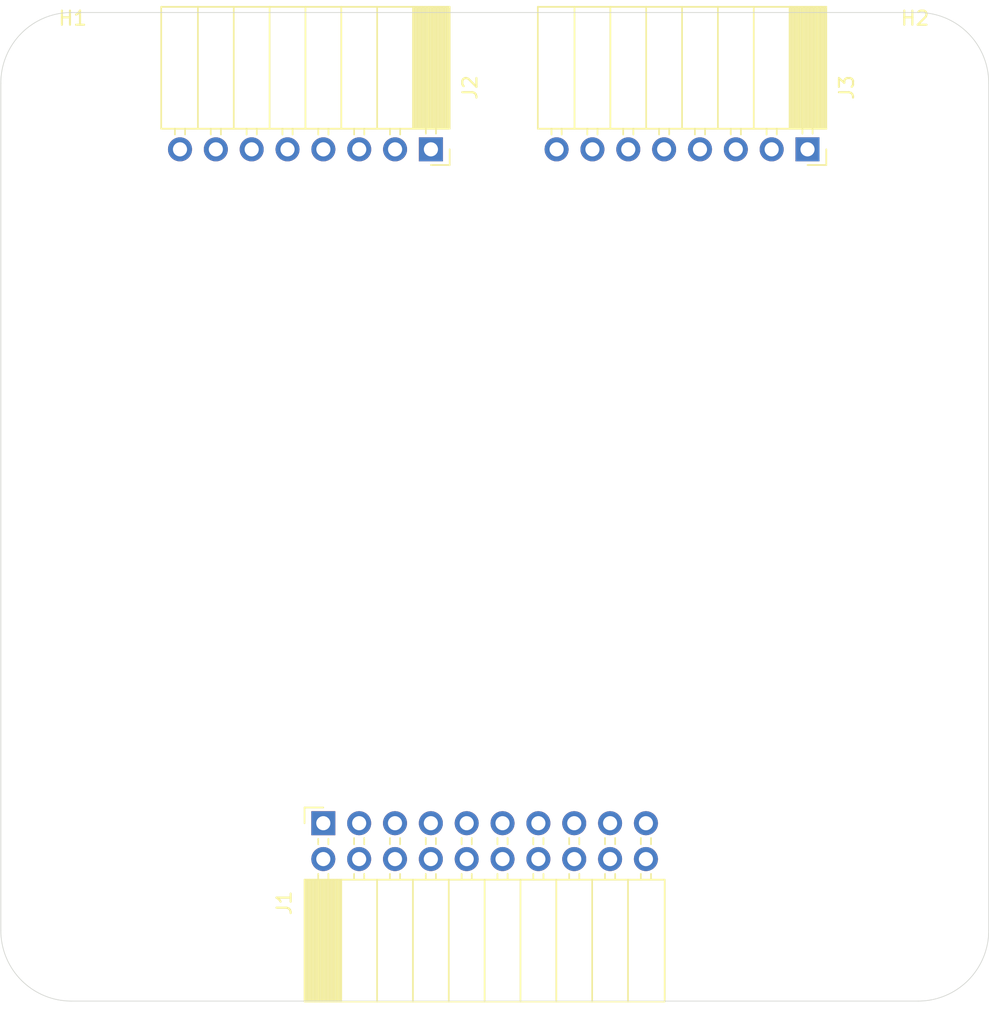
<source format=kicad_pcb>
(kicad_pcb (version 20211014) (generator pcbnew)
  (layers (0 "F.Cu" signal) (31 "B.Cu" signal) (34 "B.Paste" user) (35 "F.Paste" user) (36 "B.SilkS" user "B.Silkscreen") (37 "F.SilkS" user "F.Silkscreen") (38 "B.Mask" user) (39 "F.Mask" user) (44 "Edge.Cuts" user))
  (net 0 "")
  (net 1 "GND")
  (net 2 "+4V")
  (net 13 "unconnected-(J1-Pad11)")
  (net 23 "+3V3")
  (footprint "Connector_PinSocket_2.54mm:PinSocket_1x08_P2.54mm_Horizontal" (layer "F.Cu") (at 137.16 59.69 -90)
    (fp_text reference "J3" (at -4.38 -2.77 90) (layer "F.SilkS"))
    (fp_text value "Conn_01x08")
    (fp_line (start -1.46 9.8) (end -1.05 9.8) (layer "F.SilkS") (width 0.12))
    (fp_line (start -10.09 -0.02905) (end -1.46 -0.02905) (layer "F.SilkS") (width 0.12))
    (fp_line (start -10.09 -0.855715) (end -1.46 -0.855715) (layer "F.SilkS") (width 0.12))
    (fp_line (start -10.09 1.27) (end -1.46 1.27) (layer "F.SilkS") (width 0.12))
    (fp_line (start -10.09 -1.21) (end -1.46 -1.21) (layer "F.SilkS") (width 0.12))
    (fp_line (start -1.46 18.14) (end -1.05 18.14) (layer "F.SilkS") (width 0.12))
    (fp_line (start -10.09 -1.33) (end -1.46 -1.33) (layer "F.SilkS") (width 0.12))
    (fp_line (start -10.09 1.033805) (end -1.46 1.033805) (layer "F.SilkS") (width 0.12))
    (fp_line (start -10.09 6.35) (end -1.46 6.35) (layer "F.SilkS") (width 0.12))
    (fp_line (start -1.46 -0.36) (end -1.11 -0.36) (layer "F.SilkS") (width 0.12))
    (fp_line (start -1.46 15.6) (end -1.05 15.6) (layer "F.SilkS") (width 0.12))
    (fp_line (start 1.11 -1.33) (end 1.11 0) (layer "F.SilkS") (width 0.12))
    (fp_line (start -1.46 0.36) (end -1.11 0.36) (layer "F.SilkS") (width 0.12))
    (fp_line (start -1.46 10.52) (end -1.05 10.52) (layer "F.SilkS") (width 0.12))
    (fp_line (start -1.46 7.26) (end -1.05 7.26) (layer "F.SilkS") (width 0.12))
    (fp_line (start -1.46 -1.33) (end -1.46 19.11) (layer "F.SilkS") (width 0.12))
    (fp_line (start -1.46 5.44) (end -1.05 5.44) (layer "F.SilkS") (width 0.12))
    (fp_line (start -10.09 19.11) (end -1.46 19.11) (layer "F.SilkS") (width 0.12))
    (fp_line (start -10.09 0.20714) (end -1.46 0.20714) (layer "F.SilkS") (width 0.12))
    (fp_line (start -10.09 11.43) (end -1.46 11.43) (layer "F.SilkS") (width 0.12))
    (fp_line (start -10.09 -1.091905) (end -1.46 -1.091905) (layer "F.SilkS") (width 0.12))
    (fp_line (start -10.09 16.51) (end -1.46 16.51) (layer "F.SilkS") (width 0.12))
    (fp_line (start -1.46 4.72) (end -1.05 4.72) (layer "F.SilkS") (width 0.12))
    (fp_line (start -10.09 0.797615) (end -1.46 0.797615) (layer "F.SilkS") (width 0.12))
    (fp_line (start -1.46 2.18) (end -1.05 2.18) (layer "F.SilkS") (width 0.12))
    (fp_line (start 0 -1.33) (end 1.11 -1.33) (layer "F.SilkS") (width 0.12))
    (fp_line (start -10.09 1.1519) (end -1.46 1.1519) (layer "F.SilkS") (width 0.12))
    (fp_line (start -10.09 -0.147145) (end -1.46 -0.147145) (layer "F.SilkS") (width 0.12))
    (fp_line (start -10.09 -0.383335) (end -1.46 -0.383335) (layer "F.SilkS") (width 0.12))
    (fp_line (start -10.09 -0.73762) (end -1.46 -0.73762) (layer "F.SilkS") (width 0.12))
    (fp_line (start -10.09 -0.26524) (end -1.46 -0.26524) (layer "F.SilkS") (width 0.12))
    (fp_line (start -1.46 7.98) (end -1.05 7.98) (layer "F.SilkS") (width 0.12))
    (fp_line (start -10.09 0.67952) (end -1.46 0.67952) (layer "F.SilkS") (width 0.12))
    (fp_line (start -10.09 0.561425) (end -1.46 0.561425) (layer "F.SilkS") (width 0.12))
    (fp_line (start -10.09 0.325235) (end -1.46 0.325235) (layer "F.SilkS") (width 0.12))
    (fp_line (start -10.09 13.97) (end -1.46 13.97) (layer "F.SilkS") (width 0.12))
    (fp_line (start -1.46 13.06) (end -1.05 13.06) (layer "F.SilkS") (width 0.12))
    (fp_line (start -10.09 -0.619525) (end -1.46 -0.619525) (layer "F.SilkS") (width 0.12))
    (fp_line (start -10.09 0.089045) (end -1.46 0.089045) (layer "F.SilkS") (width 0.12))
    (fp_line (start -10.09 8.89) (end -1.46 8.89) (layer "F.SilkS") (width 0.12))
    (fp_line (start -10.09 0.44333) (end -1.46 0.44333) (layer "F.SilkS") (width 0.12))
    (fp_line (start -10.09 3.81) (end -1.46 3.81) (layer "F.SilkS") (width 0.12))
    (fp_line (start -10.09 -1.33) (end -10.09 19.11) (layer "F.SilkS") (width 0.12))
    (fp_line (start -10.09 -0.50143) (end -1.46 -0.50143) (layer "F.SilkS") (width 0.12))
    (fp_line (start -1.46 12.34) (end -1.05 12.34) (layer "F.SilkS") (width 0.12))
    (fp_line (start -10.09 0.91571) (end -1.46 0.91571) (layer "F.SilkS") (width 0.12))
    (fp_line (start -1.46 2.9) (end -1.05 2.9) (layer "F.SilkS") (width 0.12))
    (fp_line (start -1.46 14.88) (end -1.05 14.88) (layer "F.SilkS") (width 0.12))
    (fp_line (start -10.09 -0.97381) (end -1.46 -0.97381) (layer "F.SilkS") (width 0.12))
    (fp_line (start -1.46 17.42) (end -1.05 17.42) (layer "F.SilkS") (width 0.12))
    (pad "1" thru_hole rect (at 0 0 270) (size 1.7 1.7) (drill 1) (layers *.Cu *.Mask))
    (pad "2" thru_hole oval (at 0 2.54 270) (size 1.7 1.7) (drill 1) (layers *.Cu *.Mask))
    (pad "3" thru_hole oval (at 0 5.08 270) (size 1.7 1.7) (drill 1) (layers *.Cu *.Mask))
    (pad "4" thru_hole oval (at 0 7.62 270) (size 1.7 1.7) (drill 1) (layers *.Cu *.Mask))
    (pad "5" thru_hole oval (at 0 10.16 270) (size 1.7 1.7) (drill 1) (layers *.Cu *.Mask))
    (pad "6" thru_hole oval (at 0 12.7 270) (size 1.7 1.7) (drill 1) (layers *.Cu *.Mask))
    (pad "7" thru_hole oval (at 0 15.24 270) (size 1.7 1.7) (drill 1) (layers *.Cu *.Mask) (net 1 "GND"))
    (pad "8" thru_hole oval (at 0 17.78 270) (size 1.7 1.7) (drill 1) (layers *.Cu *.Mask) (net 1 "GND"))
  )
  (footprint "MountingHole:MountingHole_3.2mm_M3" (layer "F.Cu") (at 85.09 54.61)
    (fp_text reference "H1" (at 0 -4.2) (layer "F.SilkS"))
    (fp_text value "MountingHole")
    (pad "" np_thru_hole circle (at 0 0) (size 3.2 3.2) (drill 3.2) (layers *.Cu *.Mask))
  )
  (footprint "Connector_PinSocket_2.54mm:PinSocket_1x08_P2.54mm_Horizontal" (layer "F.Cu") (at 110.475 59.69 -90)
    (fp_text reference "J2" (at -4.38 -2.77 90) (layer "F.SilkS"))
    (fp_text value "Conn_01x08")
    (fp_line (start -1.46 17.42) (end -1.05 17.42) (layer "F.SilkS") (width 0.12))
    (fp_line (start -10.09 11.43) (end -1.46 11.43) (layer "F.SilkS") (width 0.12))
    (fp_line (start -10.09 0.561425) (end -1.46 0.561425) (layer "F.SilkS") (width 0.12))
    (fp_line (start -10.09 -0.147145) (end -1.46 -0.147145) (layer "F.SilkS") (width 0.12))
    (fp_line (start -10.09 -0.383335) (end -1.46 -0.383335) (layer "F.SilkS") (width 0.12))
    (fp_line (start -10.09 -0.73762) (end -1.46 -0.73762) (layer "F.SilkS") (width 0.12))
    (fp_line (start -10.09 -0.02905) (end -1.46 -0.02905) (layer "F.SilkS") (width 0.12))
    (fp_line (start -10.09 3.81) (end -1.46 3.81) (layer "F.SilkS") (width 0.12))
    (fp_line (start -1.46 14.88) (end -1.05 14.88) (layer "F.SilkS") (width 0.12))
    (fp_line (start -1.46 4.72) (end -1.05 4.72) (layer "F.SilkS") (width 0.12))
    (fp_line (start -10.09 0.91571) (end -1.46 0.91571) (layer "F.SilkS") (width 0.12))
    (fp_line (start -1.46 10.52) (end -1.05 10.52) (layer "F.SilkS") (width 0.12))
    (fp_line (start -1.46 7.26) (end -1.05 7.26) (layer "F.SilkS") (width 0.12))
    (fp_line (start -10.09 1.033805) (end -1.46 1.033805) (layer "F.SilkS") (width 0.12))
    (fp_line (start -1.46 5.44) (end -1.05 5.44) (layer "F.SilkS") (width 0.12))
    (fp_line (start -1.46 2.9) (end -1.05 2.9) (layer "F.SilkS") (width 0.12))
    (fp_line (start -1.46 2.18) (end -1.05 2.18) (layer "F.SilkS") (width 0.12))
    (fp_line (start -10.09 16.51) (end -1.46 16.51) (layer "F.SilkS") (width 0.12))
    (fp_line (start -10.09 -1.091905) (end -1.46 -1.091905) (layer "F.SilkS") (width 0.12))
    (fp_line (start -1.46 -1.33) (end -1.46 19.11) (layer "F.SilkS") (width 0.12))
    (fp_line (start 1.11 -1.33) (end 1.11 0) (layer "F.SilkS") (width 0.12))
    (fp_line (start -10.09 0.089045) (end -1.46 0.089045) (layer "F.SilkS") (width 0.12))
    (fp_line (start -10.09 0.797615) (end -1.46 0.797615) (layer "F.SilkS") (width 0.12))
    (fp_line (start -1.46 13.06) (end -1.05 13.06) (layer "F.SilkS") (width 0.12))
    (fp_line (start -10.09 1.27) (end -1.46 1.27) (layer "F.SilkS") (width 0.12))
    (fp_line (start 0 -1.33) (end 1.11 -1.33) (layer "F.SilkS") (width 0.12))
    (fp_line (start -10.09 13.97) (end -1.46 13.97) (layer "F.SilkS") (width 0.12))
    (fp_line (start -1.46 18.14) (end -1.05 18.14) (layer "F.SilkS") (width 0.12))
    (fp_line (start -1.46 -0.36) (end -1.11 -0.36) (layer "F.SilkS") (width 0.12))
    (fp_line (start -1.46 9.8) (end -1.05 9.8) (layer "F.SilkS") (width 0.12))
    (fp_line (start -1.46 12.34) (end -1.05 12.34) (layer "F.SilkS") (width 0.12))
    (fp_line (start -10.09 -0.619525) (end -1.46 -0.619525) (layer "F.SilkS") (width 0.12))
    (fp_line (start -10.09 -1.33) (end -1.46 -1.33) (layer "F.SilkS") (width 0.12))
    (fp_line (start -10.09 19.11) (end -1.46 19.11) (layer "F.SilkS") (width 0.12))
    (fp_line (start -10.09 -0.97381) (end -1.46 -0.97381) (layer "F.SilkS") (width 0.12))
    (fp_line (start -10.09 0.325235) (end -1.46 0.325235) (layer "F.SilkS") (width 0.12))
    (fp_line (start -10.09 8.89) (end -1.46 8.89) (layer "F.SilkS") (width 0.12))
    (fp_line (start -10.09 -0.855715) (end -1.46 -0.855715) (layer "F.SilkS") (width 0.12))
    (fp_line (start -10.09 0.44333) (end -1.46 0.44333) (layer "F.SilkS") (width 0.12))
    (fp_line (start -10.09 0.67952) (end -1.46 0.67952) (layer "F.SilkS") (width 0.12))
    (fp_line (start -10.09 -0.26524) (end -1.46 -0.26524) (layer "F.SilkS") (width 0.12))
    (fp_line (start -1.46 15.6) (end -1.05 15.6) (layer "F.SilkS") (width 0.12))
    (fp_line (start -1.46 0.36) (end -1.11 0.36) (layer "F.SilkS") (width 0.12))
    (fp_line (start -10.09 6.35) (end -1.46 6.35) (layer "F.SilkS") (width 0.12))
    (fp_line (start -10.09 -1.21) (end -1.46 -1.21) (layer "F.SilkS") (width 0.12))
    (fp_line (start -10.09 1.1519) (end -1.46 1.1519) (layer "F.SilkS") (width 0.12))
    (fp_line (start -1.46 7.98) (end -1.05 7.98) (layer "F.SilkS") (width 0.12))
    (fp_line (start -10.09 0.20714) (end -1.46 0.20714) (layer "F.SilkS") (width 0.12))
    (fp_line (start -10.09 -1.33) (end -10.09 19.11) (layer "F.SilkS") (width 0.12))
    (fp_line (start -10.09 -0.50143) (end -1.46 -0.50143) (layer "F.SilkS") (width 0.12))
    (pad "1" thru_hole rect (at 0 0 270) (size 1.7 1.7) (drill 1) (layers *.Cu *.Mask) (net 1 "GND"))
    (pad "2" thru_hole oval (at 0 2.54 270) (size 1.7 1.7) (drill 1) (layers *.Cu *.Mask) (net 1 "GND"))
    (pad "3" thru_hole oval (at 0 5.08 270) (size 1.7 1.7) (drill 1) (layers *.Cu *.Mask))
    (pad "4" thru_hole oval (at 0 7.62 270) (size 1.7 1.7) (drill 1) (layers *.Cu *.Mask))
    (pad "5" thru_hole oval (at 0 10.16 270) (size 1.7 1.7) (drill 1) (layers *.Cu *.Mask))
    (pad "6" thru_hole oval (at 0 12.7 270) (size 1.7 1.7) (drill 1) (layers *.Cu *.Mask))
    (pad "7" thru_hole oval (at 0 15.24 270) (size 1.7 1.7) (drill 1) (layers *.Cu *.Mask))
    (pad "8" thru_hole oval (at 0 17.78 270) (size 1.7 1.7) (drill 1) (layers *.Cu *.Mask))
  )
  (footprint "Connector_PinSocket_2.54mm:PinSocket_2x10_P2.54mm_Horizontal" (layer "F.Cu") (at 102.85 107.405 90)
    (fp_text reference "J1" (at -5.65 -2.77 90) (layer "F.SilkS"))
    (fp_text value "Conn_02x10_Odd_Even")
    (fp_line (start -12.63 1.1519) (end -4 1.1519) (layer "F.SilkS") (width 0.12))
    (fp_line (start -1.49 15.6) (end -1.05 15.6) (layer "F.SilkS") (width 0.12))
    (fp_line (start -4 4.72) (end -3.59 4.72) (layer "F.SilkS") (width 0.12))
    (fp_line (start -12.63 1.27) (end -4 1.27) (layer "F.SilkS") (width 0.12))
    (fp_line (start -12.63 24.19) (end -4 24.19) (layer "F.SilkS") (width 0.12))
    (fp_line (start -1.49 19.96) (end -1.05 19.96) (layer "F.SilkS") (width 0.12))
    (fp_line (start -1.49 5.44) (end -1.05 5.44) (layer "F.SilkS") (width 0.12))
    (fp_line (start -4 0.36) (end -3.59 0.36) (layer "F.SilkS") (width 0.12))
    (fp_line (start -1.49 17.42) (end -1.05 17.42) (layer "F.SilkS") (width 0.12))
    (fp_line (start -4 18.14) (end -3.59 18.14) (layer "F.SilkS") (width 0.12))
    (fp_line (start -12.63 11.43) (end -4 11.43) (layer "F.SilkS") (width 0.12))
    (fp_line (start -12.63 -0.73762) (end -4 -0.73762) (layer "F.SilkS") (width 0.12))
    (fp_line (start -1.49 18.14) (end -1.05 18.14) (layer "F.SilkS") (width 0.12))
    (fp_line (start -12.63 -0.50143) (end -4 -0.50143) (layer "F.SilkS") (width 0.12))
    (fp_line (start -4 9.8) (end -3.59 9.8) (layer "F.SilkS") (width 0.12))
    (fp_line (start -4 -0.36) (end -3.59 -0.36) (layer "F.SilkS") (width 0.12))
    (fp_line (start -12.63 -1.091905) (end -4 -1.091905) (layer "F.SilkS") (width 0.12))
    (fp_line (start -12.63 6.35) (end -4 6.35) (layer "F.SilkS") (width 0.12))
    (fp_line (start -12.63 3.81) (end -4 3.81) (layer "F.SilkS") (width 0.12))
    (fp_line (start -4 7.26) (end -3.59 7.26) (layer "F.SilkS") (width 0.12))
    (fp_line (start -4 10.52) (end -3.59 10.52) (layer "F.SilkS") (width 0.12))
    (fp_line (start -1.49 12.34) (end -1.05 12.34) (layer "F.SilkS") (width 0.12))
    (fp_line (start -1.49 4.72) (end -1.05 4.72) (layer "F.SilkS") (width 0.12))
    (fp_line (start -12.63 -1.33) (end -4 -1.33) (layer "F.SilkS") (width 0.12))
    (fp_line (start -12.63 -1.33) (end -12.63 24.19) (layer "F.SilkS") (width 0.12))
    (fp_line (start -1.49 2.18) (end -1.05 2.18) (layer "F.SilkS") (width 0.12))
    (fp_line (start -12.63 -1.21) (end -4 -1.21) (layer "F.SilkS") (width 0.12))
    (fp_line (start -12.63 -0.02905) (end -4 -0.02905) (layer "F.SilkS") (width 0.12))
    (fp_line (start -12.63 0.44333) (end -4 0.44333) (layer "F.SilkS") (width 0.12))
    (fp_line (start -4 2.18) (end -3.59 2.18) (layer "F.SilkS") (width 0.12))
    (fp_line (start -4 5.44) (end -3.59 5.44) (layer "F.SilkS") (width 0.12))
    (fp_line (start 1.11 -1.33) (end 1.11 0) (layer "F.SilkS") (width 0.12))
    (fp_line (start -12.63 0.20714) (end -4 0.20714) (layer "F.SilkS") (width 0.12))
    (fp_line (start -12.63 -0.26524) (end -4 -0.26524) (layer "F.SilkS") (width 0.12))
    (fp_line (start -12.63 -0.147145) (end -4 -0.147145) (layer "F.SilkS") (width 0.12))
    (fp_line (start -4 20.68) (end -3.59 20.68) (layer "F.SilkS") (width 0.12))
    (fp_line (start 0 -1.33) (end 1.11 -1.33) (layer "F.SilkS") (width 0.12))
    (fp_line (start -1.49 -0.36) (end -1.11 -0.36) (layer "F.SilkS") (width 0.12))
    (fp_line (start -4 2.9) (end -3.59 2.9) (layer "F.SilkS") (width 0.12))
    (fp_line (start -12.63 13.97) (end -4 13.97) (layer "F.SilkS") (width 0.12))
    (fp_line (start -12.63 0.561425) (end -4 0.561425) (layer "F.SilkS") (width 0.12))
    (fp_line (start -1.49 22.5) (end -1.05 22.5) (layer "F.SilkS") (width 0.12))
    (fp_line (start -4 -1.33) (end -4 24.19) (layer "F.SilkS") (width 0.12))
    (fp_line (start -12.63 19.05) (end -4 19.05) (layer "F.SilkS") (width 0.12))
    (fp_line (start -12.63 -0.855715) (end -4 -0.855715) (layer "F.SilkS") (width 0.12))
    (fp_line (start -1.49 10.52) (end -1.05 10.52) (layer "F.SilkS") (width 0.12))
    (fp_line (start -1.49 0.36) (end -1.11 0.36) (layer "F.SilkS") (width 0.12))
    (fp_line (start -4 19.96) (end -3.59 19.96) (layer "F.SilkS") (width 0.12))
    (fp_line (start -1.49 9.8) (end -1.05 9.8) (layer "F.SilkS") (width 0.12))
    (fp_line (start -1.49 23.22) (end -1.05 23.22) (layer "F.SilkS") (width 0.12))
    (fp_line (start -12.63 -0.97381) (end -4 -0.97381) (layer "F.SilkS") (width 0.12))
    (fp_line (start -12.63 -0.383335) (end -4 -0.383335) (layer "F.SilkS") (width 0.12))
    (fp_line (start -4 15.6) (end -3.59 15.6) (layer "F.SilkS") (width 0.12))
    (fp_line (start -4 17.42) (end -3.59 17.42) (layer "F.SilkS") (width 0.12))
    (fp_line (start -4 7.98) (end -3.59 7.98) (layer "F.SilkS") (width 0.12))
    (fp_line (start -12.63 16.51) (end -4 16.51) (layer "F.SilkS") (width 0.12))
    (fp_line (start -4 14.88) (end -3.59 14.88) (layer "F.SilkS") (width 0.12))
    (fp_line (start -12.63 1.033805) (end -4 1.033805) (layer "F.SilkS") (width 0.12))
    (fp_line (start -1.49 7.26) (end -1.05 7.26) (layer "F.SilkS") (width 0.12))
    (fp_line (start -12.63 0.325235) (end -4 0.325235) (layer "F.SilkS") (width 0.12))
    (fp_line (start -4 22.5) (end -3.59 22.5) (layer "F.SilkS") (width 0.12))
    (fp_line (start -12.63 0.797615) (end -4 0.797615) (layer "F.SilkS") (width 0.12))
    (fp_line (start -1.49 2.9) (end -1.05 2.9) (layer "F.SilkS") (width 0.12))
    (fp_line (start -1.49 7.98) (end -1.05 7.98) (layer "F.SilkS") (width 0.12))
    (fp_line (start -12.63 -0.619525) (end -4 -0.619525) (layer "F.SilkS") (width 0.12))
    (fp_line (start -12.63 0.67952) (end -4 0.67952) (layer "F.SilkS") (width 0.12))
    (fp_line (start -1.49 20.68) (end -1.05 20.68) (layer "F.SilkS") (width 0.12))
    (fp_line (start -12.63 8.89) (end -4 8.89) (layer "F.SilkS") (width 0.12))
    (fp_line (start -4 23.22) (end -3.59 23.22) (layer "F.SilkS") (width 0.12))
    (fp_line (start -4 13.06) (end -3.59 13.06) (layer "F.SilkS") (width 0.12))
    (fp_line (start -1.49 13.06) (end -1.05 13.06) (layer "F.SilkS") (width 0.12))
    (fp_line (start -4 12.34) (end -3.59 12.34) (layer "F.SilkS") (width 0.12))
    (fp_line (start -12.63 0.91571) (end -4 0.91571) (layer "F.SilkS") (width 0.12))
    (fp_line (start -1.49 14.88) (end -1.05 14.88) (layer "F.SilkS") (width 0.12))
    (fp_line (start -12.63 21.59) (end -4 21.59) (layer "F.SilkS") (width 0.12))
    (fp_line (start -12.63 0.089045) (end -4 0.089045) (layer "F.SilkS") (width 0.12))
    (pad "1" thru_hole rect (at 0 0 90) (size 1.7 1.7) (drill 1) (layers *.Cu *.Mask) (net 1 "GND"))
    (pad "2" thru_hole oval (at -2.54 0 90) (size 1.7 1.7) (drill 1) (layers *.Cu *.Mask) (net 1 "GND"))
    (pad "3" thru_hole oval (at 0 2.54 90) (size 1.7 1.7) (drill 1) (layers *.Cu *.Mask) (net 2 "+4V"))
    (pad "4" thru_hole oval (at -2.54 2.54 90) (size 1.7 1.7) (drill 1) (layers *.Cu *.Mask) (net 2 "+4V"))
    (pad "5" thru_hole oval (at 0 5.08 90) (size 1.7 1.7) (drill 1) (layers *.Cu *.Mask))
    (pad "6" thru_hole oval (at -2.54 5.08 90) (size 1.7 1.7) (drill 1) (layers *.Cu *.Mask))
    (pad "7" thru_hole oval (at 0 7.62 90) (size 1.7 1.7) (drill 1) (layers *.Cu *.Mask))
    (pad "8" thru_hole oval (at -2.54 7.62 90) (size 1.7 1.7) (drill 1) (layers *.Cu *.Mask))
    (pad "9" thru_hole oval (at 0 10.16 90) (size 1.7 1.7) (drill 1) (layers *.Cu *.Mask))
    (pad "10" thru_hole oval (at -2.54 10.16 90) (size 1.7 1.7) (drill 1) (layers *.Cu *.Mask))
    (pad "11" thru_hole oval (at 0 12.7 90) (size 1.7 1.7) (drill 1) (layers *.Cu *.Mask) (net 13 "unconnected-(J1-Pad11)"))
    (pad "12" thru_hole oval (at -2.54 12.7 90) (size 1.7 1.7) (drill 1) (layers *.Cu *.Mask))
    (pad "13" thru_hole oval (at 0 15.24 90) (size 1.7 1.7) (drill 1) (layers *.Cu *.Mask))
    (pad "14" thru_hole oval (at -2.54 15.24 90) (size 1.7 1.7) (drill 1) (layers *.Cu *.Mask))
    (pad "15" thru_hole oval (at 0 17.78 90) (size 1.7 1.7) (drill 1) (layers *.Cu *.Mask))
    (pad "16" thru_hole oval (at -2.54 17.78 90) (size 1.7 1.7) (drill 1) (layers *.Cu *.Mask))
    (pad "17" thru_hole oval (at 0 20.32 90) (size 1.7 1.7) (drill 1) (layers *.Cu *.Mask) (net 23 "+3V3"))
    (pad "18" thru_hole oval (at -2.54 20.32 90) (size 1.7 1.7) (drill 1) (layers *.Cu *.Mask) (net 23 "+3V3"))
    (pad "19" thru_hole oval (at 0 22.86 90) (size 1.7 1.7) (drill 1) (layers *.Cu *.Mask) (net 1 "GND"))
    (pad "20" thru_hole oval (at -2.54 22.86 90) (size 1.7 1.7) (drill 1) (layers *.Cu *.Mask) (net 1 "GND"))
  )
  (footprint "MountingHole:MountingHole_3.2mm_M3" (layer "F.Cu") (at 144.78 54.61)
    (fp_text reference "H2" (at 0 -4.2) (layer "F.SilkS"))
    (fp_text value "MountingHole")
    (pad "" np_thru_hole circle (at 0 0) (size 3.2 3.2) (drill 3.2) (layers *.Cu *.Mask))
  )
  (gr_line (start 80 115) (end 80 55) (layer "Edge.Cuts") (width 0.05))
  (gr_line (start 150 55) (end 150 115) (layer "Edge.Cuts") (width 0.05))
  (gr_line (start 145 120) (end 85 120) (layer "Edge.Cuts") (width 0.05))
  (gr_arc (start 80 55) (mid 81.464466 51.464466) (end 85 50) (layer "Edge.Cuts") (width 0.05))
  (gr_line (start 85 50) (end 145 50) (layer "Edge.Cuts") (width 0.05))
  (gr_arc (start 145 50) (mid 148.535534 51.464466) (end 150 55) (layer "Edge.Cuts") (width 0.05))
  (gr_arc (start 85 120) (mid 81.464466 118.535534) (end 80 115) (layer "Edge.Cuts") (width 0.05))
  (gr_arc (start 150 115) (mid 148.535534 118.535534) (end 145 120) (layer "Edge.Cuts") (width 0.05))
  (segment (start 115.555 107.4) (end 115.55 107.405) (width 0.25) (layer "F.Cu") (net 13))
)
</source>
